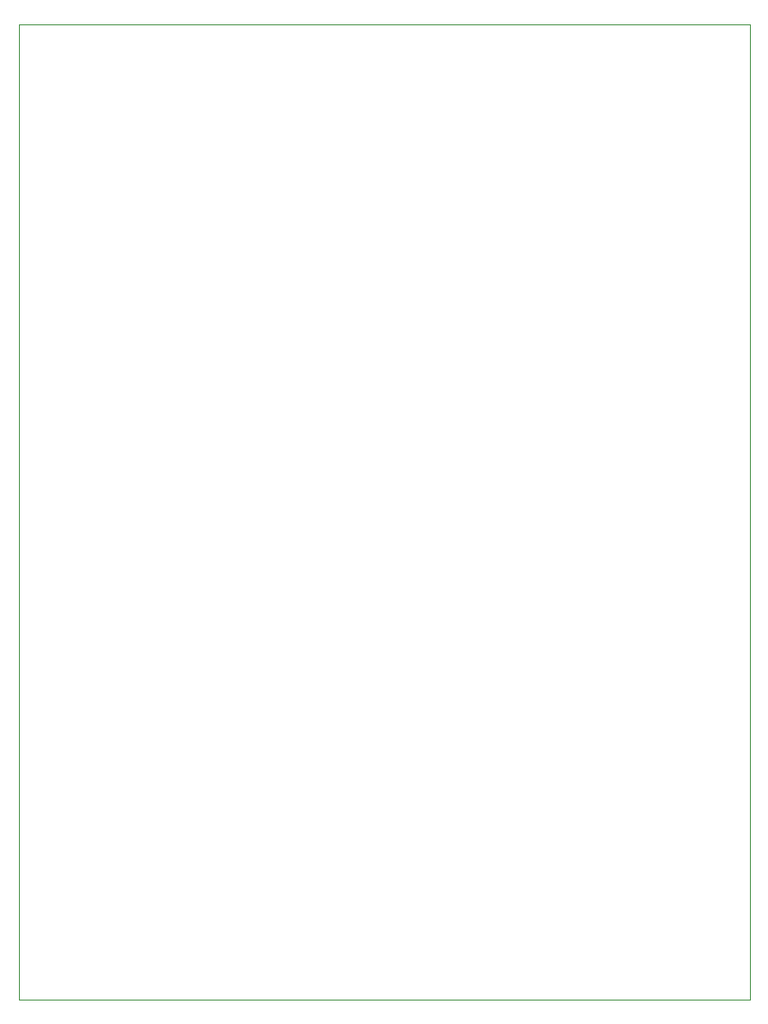
<source format=gbr>
%TF.GenerationSoftware,KiCad,Pcbnew,7.0.7*%
%TF.CreationDate,2024-05-20T18:28:41-04:00*%
%TF.ProjectId,Ground Reciever,47726f75-6e64-4205-9265-636965766572,rev?*%
%TF.SameCoordinates,Original*%
%TF.FileFunction,Profile,NP*%
%FSLAX46Y46*%
G04 Gerber Fmt 4.6, Leading zero omitted, Abs format (unit mm)*
G04 Created by KiCad (PCBNEW 7.0.7) date 2024-05-20 18:28:41*
%MOMM*%
%LPD*%
G01*
G04 APERTURE LIST*
%TA.AperFunction,Profile*%
%ADD10C,0.050000*%
%TD*%
G04 APERTURE END LIST*
D10*
X113090000Y-49530000D02*
X181670000Y-49530000D01*
X181670000Y-140970000D01*
X113090000Y-140970000D01*
X113090000Y-49530000D01*
M02*

</source>
